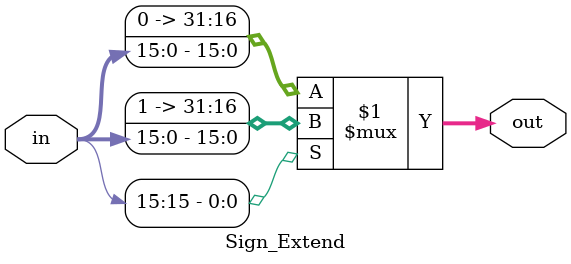
<source format=v>
module Sign_Extend(
  input [15:0] in,
  output [31:0] out
);
  assign out = (in[15])?({16'b1111111111111111,in}):({16'b0000000000000000,in});
endmodule
  

</source>
